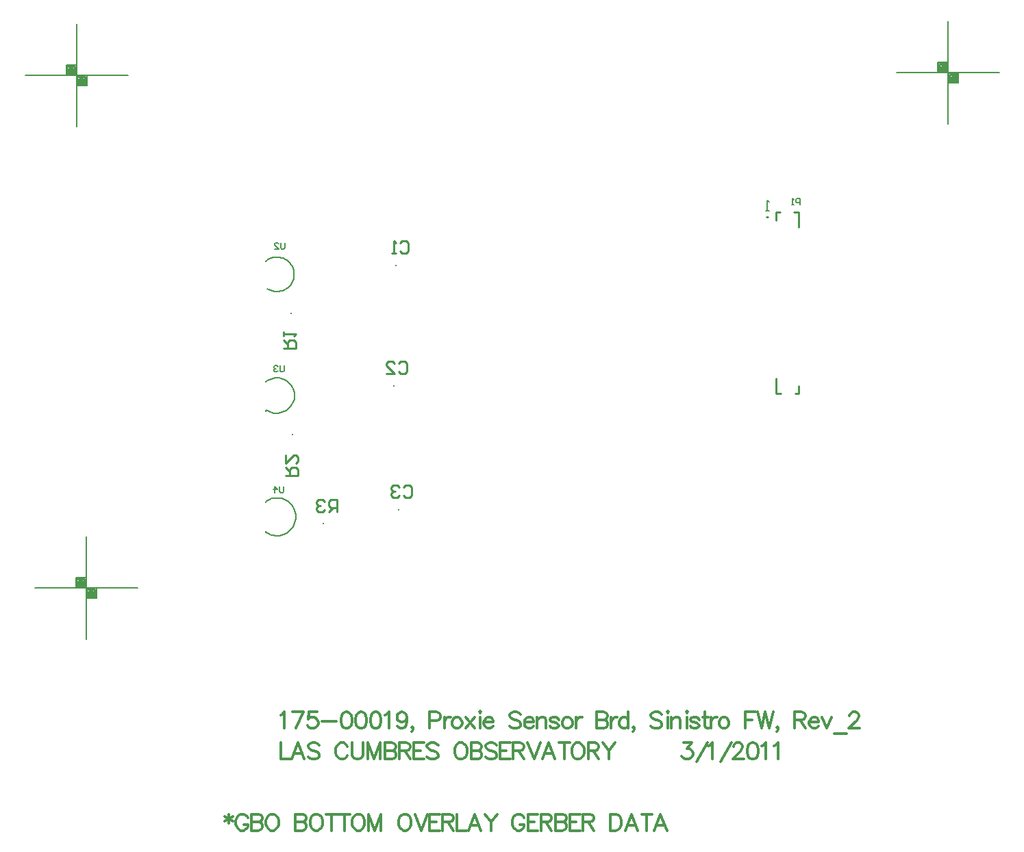
<source format=gbo>
%FSLAX23Y23*%
%MOIN*%
G70*
G01*
G75*
G04 Layer_Color=32896*
%ADD10R,0.036X0.036*%
%ADD11R,0.048X0.078*%
%ADD12R,0.135X0.070*%
%ADD13C,0.010*%
%ADD14C,0.012*%
%ADD15C,0.008*%
%ADD16C,0.012*%
%ADD17C,0.012*%
%ADD18C,0.134*%
%ADD19C,0.047*%
%ADD20O,0.079X0.039*%
%ADD21O,0.079X0.039*%
%ADD22C,0.024*%
%ADD23C,0.040*%
%ADD24C,0.174*%
%ADD25C,0.087*%
%ADD26C,0.068*%
G04:AMPARAMS|DCode=27|XSize=87.559mil|YSize=87.559mil|CornerRadius=0mil|HoleSize=0mil|Usage=FLASHONLY|Rotation=0.000|XOffset=0mil|YOffset=0mil|HoleType=Round|Shape=Relief|Width=10mil|Gap=10mil|Entries=4|*
%AMTHD27*
7,0,0,0.088,0.068,0.010,45*
%
%ADD27THD27*%
G04:AMPARAMS|DCode=28|XSize=70mil|YSize=70mil|CornerRadius=0mil|HoleSize=0mil|Usage=FLASHONLY|Rotation=0.000|XOffset=0mil|YOffset=0mil|HoleType=Round|Shape=Relief|Width=10mil|Gap=10mil|Entries=4|*
%AMTHD28*
7,0,0,0.070,0.050,0.010,45*
%
%ADD28THD28*%
%ADD29C,0.050*%
%ADD30R,0.050X0.050*%
%ADD31R,0.050X0.050*%
%ADD32R,0.085X0.022*%
%ADD33C,0.025*%
%ADD34C,0.006*%
%ADD35C,0.007*%
%ADD36C,0.005*%
%ADD37R,0.122X0.163*%
%ADD38R,0.044X0.044*%
%ADD39R,0.056X0.086*%
%ADD40R,0.143X0.078*%
%ADD41C,0.142*%
%ADD42C,0.055*%
%ADD43O,0.087X0.047*%
%ADD44O,0.087X0.047*%
%ADD45C,0.032*%
%ADD46R,0.272X0.079*%
%ADD47R,0.136X0.889*%
%ADD48R,0.318X0.107*%
%ADD49R,0.058X0.058*%
%ADD50R,0.058X0.058*%
%ADD51R,0.093X0.030*%
%ADD52C,0.010*%
%ADD53C,0.008*%
D13*
X17332Y13010D02*
X17324D01*
X17332D01*
X17481Y12959D02*
Y13034D01*
Y12152D02*
Y12187D01*
X17371Y12152D02*
Y12223D01*
Y12995D02*
Y13034D01*
X17391D01*
X17457D02*
X17481D01*
X17371Y12152D02*
X17395D01*
X17465D02*
X17481D01*
X15543Y12883D02*
X15553Y12893D01*
X15573D01*
X15583Y12883D01*
Y12843D01*
X15573Y12833D01*
X15553D01*
X15543Y12843D01*
X15523Y12833D02*
X15503D01*
X15513D01*
Y12893D01*
X15523Y12883D01*
X15535Y12296D02*
X15545Y12306D01*
X15565D01*
X15575Y12296D01*
Y12256D01*
X15565Y12246D01*
X15545D01*
X15535Y12256D01*
X15475Y12246D02*
X15515D01*
X15475Y12286D01*
Y12296D01*
X15485Y12306D01*
X15505D01*
X15515Y12296D01*
X15558Y11694D02*
X15568Y11704D01*
X15588D01*
X15598Y11694D01*
Y11654D01*
X15588Y11644D01*
X15568D01*
X15558Y11654D01*
X15538Y11694D02*
X15528Y11704D01*
X15508D01*
X15498Y11694D01*
Y11684D01*
X15508Y11674D01*
X15518D01*
X15508D01*
X15498Y11664D01*
Y11654D01*
X15508Y11644D01*
X15528D01*
X15538Y11654D01*
X14976Y12369D02*
X15036D01*
Y12399D01*
X15026Y12409D01*
X15006D01*
X14996Y12399D01*
Y12369D01*
Y12389D02*
X14976Y12409D01*
Y12429D02*
Y12449D01*
Y12439D01*
X15036D01*
X15026Y12429D01*
X15236Y11573D02*
Y11633D01*
X15206D01*
X15196Y11623D01*
Y11603D01*
X15206Y11593D01*
X15236D01*
X15216D02*
X15196Y11573D01*
X15176Y11623D02*
X15166Y11633D01*
X15146D01*
X15136Y11623D01*
Y11613D01*
X15146Y11603D01*
X15156D01*
X15146D01*
X15136Y11593D01*
Y11583D01*
X15146Y11573D01*
X15166D01*
X15176Y11583D01*
X14984Y11751D02*
X15044D01*
Y11781D01*
X15034Y11791D01*
X15014D01*
X15004Y11781D01*
Y11751D01*
Y11771D02*
X14984Y11791D01*
Y11851D02*
Y11811D01*
X15024Y11851D01*
X15034D01*
X15044Y11841D01*
Y11821D01*
X15034Y11811D01*
D14*
X14708Y10102D02*
Y10056D01*
X14689Y10090D02*
X14727Y10067D01*
Y10090D02*
X14689Y10067D01*
X14801Y10083D02*
X14797Y10090D01*
X14789Y10098D01*
X14782Y10102D01*
X14766D01*
X14759Y10098D01*
X14751Y10090D01*
X14747Y10083D01*
X14743Y10071D01*
Y10052D01*
X14747Y10041D01*
X14751Y10033D01*
X14759Y10026D01*
X14766Y10022D01*
X14782D01*
X14789Y10026D01*
X14797Y10033D01*
X14801Y10041D01*
Y10052D01*
X14782D02*
X14801D01*
X14819Y10102D02*
Y10022D01*
Y10102D02*
X14853D01*
X14865Y10098D01*
X14868Y10094D01*
X14872Y10086D01*
Y10079D01*
X14868Y10071D01*
X14865Y10067D01*
X14853Y10064D01*
X14819D02*
X14853D01*
X14865Y10060D01*
X14868Y10056D01*
X14872Y10048D01*
Y10037D01*
X14868Y10029D01*
X14865Y10026D01*
X14853Y10022D01*
X14819D01*
X14913Y10102D02*
X14905Y10098D01*
X14898Y10090D01*
X14894Y10083D01*
X14890Y10071D01*
Y10052D01*
X14894Y10041D01*
X14898Y10033D01*
X14905Y10026D01*
X14913Y10022D01*
X14928D01*
X14936Y10026D01*
X14943Y10033D01*
X14947Y10041D01*
X14951Y10052D01*
Y10071D01*
X14947Y10083D01*
X14943Y10090D01*
X14936Y10098D01*
X14928Y10102D01*
X14913D01*
X15033D02*
Y10022D01*
Y10102D02*
X15067D01*
X15078Y10098D01*
X15082Y10094D01*
X15086Y10086D01*
Y10079D01*
X15082Y10071D01*
X15078Y10067D01*
X15067Y10064D01*
X15033D02*
X15067D01*
X15078Y10060D01*
X15082Y10056D01*
X15086Y10048D01*
Y10037D01*
X15082Y10029D01*
X15078Y10026D01*
X15067Y10022D01*
X15033D01*
X15127Y10102D02*
X15119Y10098D01*
X15111Y10090D01*
X15108Y10083D01*
X15104Y10071D01*
Y10052D01*
X15108Y10041D01*
X15111Y10033D01*
X15119Y10026D01*
X15127Y10022D01*
X15142D01*
X15149Y10026D01*
X15157Y10033D01*
X15161Y10041D01*
X15165Y10052D01*
Y10071D01*
X15161Y10083D01*
X15157Y10090D01*
X15149Y10098D01*
X15142Y10102D01*
X15127D01*
X15210D02*
Y10022D01*
X15183Y10102D02*
X15237D01*
X15273D02*
Y10022D01*
X15246Y10102D02*
X15300D01*
X15332D02*
X15324Y10098D01*
X15317Y10090D01*
X15313Y10083D01*
X15309Y10071D01*
Y10052D01*
X15313Y10041D01*
X15317Y10033D01*
X15324Y10026D01*
X15332Y10022D01*
X15347D01*
X15355Y10026D01*
X15362Y10033D01*
X15366Y10041D01*
X15370Y10052D01*
Y10071D01*
X15366Y10083D01*
X15362Y10090D01*
X15355Y10098D01*
X15347Y10102D01*
X15332D01*
X15389D02*
Y10022D01*
Y10102D02*
X15419Y10022D01*
X15450Y10102D02*
X15419Y10022D01*
X15450Y10102D02*
Y10022D01*
X15558Y10102D02*
X15551Y10098D01*
X15543Y10090D01*
X15539Y10083D01*
X15535Y10071D01*
Y10052D01*
X15539Y10041D01*
X15543Y10033D01*
X15551Y10026D01*
X15558Y10022D01*
X15573D01*
X15581Y10026D01*
X15589Y10033D01*
X15592Y10041D01*
X15596Y10052D01*
Y10071D01*
X15592Y10083D01*
X15589Y10090D01*
X15581Y10098D01*
X15573Y10102D01*
X15558D01*
X15615D02*
X15645Y10022D01*
X15676Y10102D02*
X15645Y10022D01*
X15736Y10102D02*
X15686D01*
Y10022D01*
X15736D01*
X15686Y10064D02*
X15717D01*
X15749Y10102D02*
Y10022D01*
Y10102D02*
X15783D01*
X15795Y10098D01*
X15798Y10094D01*
X15802Y10086D01*
Y10079D01*
X15798Y10071D01*
X15795Y10067D01*
X15783Y10064D01*
X15749D01*
X15776D02*
X15802Y10022D01*
X15820Y10102D02*
Y10022D01*
X15866D01*
X15936D02*
X15905Y10102D01*
X15875Y10022D01*
X15886Y10048D02*
X15924D01*
X15954Y10102D02*
X15985Y10064D01*
Y10022D01*
X16015Y10102D02*
X15985Y10064D01*
X16145Y10083D02*
X16142Y10090D01*
X16134Y10098D01*
X16126Y10102D01*
X16111D01*
X16104Y10098D01*
X16096Y10090D01*
X16092Y10083D01*
X16088Y10071D01*
Y10052D01*
X16092Y10041D01*
X16096Y10033D01*
X16104Y10026D01*
X16111Y10022D01*
X16126D01*
X16134Y10026D01*
X16142Y10033D01*
X16145Y10041D01*
Y10052D01*
X16126D02*
X16145D01*
X16213Y10102D02*
X16164D01*
Y10022D01*
X16213D01*
X16164Y10064D02*
X16194D01*
X16227Y10102D02*
Y10022D01*
Y10102D02*
X16261D01*
X16272Y10098D01*
X16276Y10094D01*
X16280Y10086D01*
Y10079D01*
X16276Y10071D01*
X16272Y10067D01*
X16261Y10064D01*
X16227D01*
X16253D02*
X16280Y10022D01*
X16298Y10102D02*
Y10022D01*
Y10102D02*
X16332D01*
X16344Y10098D01*
X16347Y10094D01*
X16351Y10086D01*
Y10079D01*
X16347Y10071D01*
X16344Y10067D01*
X16332Y10064D01*
X16298D02*
X16332D01*
X16344Y10060D01*
X16347Y10056D01*
X16351Y10048D01*
Y10037D01*
X16347Y10029D01*
X16344Y10026D01*
X16332Y10022D01*
X16298D01*
X16419Y10102D02*
X16369D01*
Y10022D01*
X16419D01*
X16369Y10064D02*
X16399D01*
X16432Y10102D02*
Y10022D01*
Y10102D02*
X16466D01*
X16478Y10098D01*
X16481Y10094D01*
X16485Y10086D01*
Y10079D01*
X16481Y10071D01*
X16478Y10067D01*
X16466Y10064D01*
X16432D01*
X16459D02*
X16485Y10022D01*
X16566Y10102D02*
Y10022D01*
Y10102D02*
X16593D01*
X16604Y10098D01*
X16612Y10090D01*
X16615Y10083D01*
X16619Y10071D01*
Y10052D01*
X16615Y10041D01*
X16612Y10033D01*
X16604Y10026D01*
X16593Y10022D01*
X16566D01*
X16698D02*
X16668Y10102D01*
X16637Y10022D01*
X16649Y10048D02*
X16687D01*
X16743Y10102D02*
Y10022D01*
X16717Y10102D02*
X16770D01*
X16841Y10022D02*
X16810Y10102D01*
X16780Y10022D01*
X16791Y10048D02*
X16829D01*
D15*
X17338Y13042D02*
X17321D01*
X17330D01*
Y13092D01*
X17338Y13084D01*
X17958Y13715D02*
X18458D01*
X18208Y13465D02*
Y13965D01*
X18158Y13715D02*
Y13765D01*
X18208D01*
X18258Y13665D02*
Y13715D01*
X18208Y13665D02*
X18258D01*
X18213Y13710D02*
X18253D01*
Y13670D02*
Y13710D01*
X18213Y13670D02*
X18253D01*
X18213D02*
Y13710D01*
X18218Y13705D02*
X18248D01*
Y13675D02*
Y13705D01*
X18218Y13675D02*
X18248D01*
X18218D02*
Y13700D01*
X18223D02*
X18243D01*
Y13680D02*
Y13700D01*
X18223Y13680D02*
X18243D01*
X18223D02*
Y13695D01*
X18228D02*
X18238D01*
Y13685D02*
Y13695D01*
X18228Y13685D02*
X18238D01*
X18228D02*
Y13695D01*
Y13690D02*
X18238D01*
X18163Y13760D02*
X18203D01*
Y13720D02*
Y13760D01*
X18163Y13720D02*
X18203D01*
X18163D02*
Y13760D01*
X18168Y13755D02*
X18198D01*
Y13725D02*
Y13755D01*
X18168Y13725D02*
X18198D01*
X18168D02*
Y13750D01*
X18173D02*
X18193D01*
Y13730D02*
Y13750D01*
X18173Y13730D02*
X18193D01*
X18173D02*
Y13745D01*
X18178D02*
X18188D01*
Y13735D02*
Y13745D01*
X18178Y13735D02*
X18188D01*
X18178D02*
Y13745D01*
Y13740D02*
X18188D01*
X13765Y11203D02*
X14265D01*
X14015Y10953D02*
Y11453D01*
X13965Y11203D02*
Y11253D01*
X14015D01*
X14065Y11153D02*
Y11203D01*
X14015Y11153D02*
X14065D01*
X14020Y11198D02*
X14060D01*
Y11158D02*
Y11198D01*
X14020Y11158D02*
X14060D01*
X14020D02*
Y11198D01*
X14025Y11193D02*
X14055D01*
Y11163D02*
Y11193D01*
X14025Y11163D02*
X14055D01*
X14025D02*
Y11188D01*
X14030D02*
X14050D01*
Y11168D02*
Y11188D01*
X14030Y11168D02*
X14050D01*
X14030D02*
Y11183D01*
X14035D02*
X14045D01*
Y11173D02*
Y11183D01*
X14035Y11173D02*
X14045D01*
X14035D02*
Y11183D01*
Y11178D02*
X14045D01*
X13970Y11248D02*
X14010D01*
Y11208D02*
Y11248D01*
X13970Y11208D02*
X14010D01*
X13970D02*
Y11248D01*
X13975Y11243D02*
X14005D01*
Y11213D02*
Y11243D01*
X13975Y11213D02*
X14005D01*
X13975D02*
Y11238D01*
X13980D02*
X14000D01*
Y11218D02*
Y11238D01*
X13980Y11218D02*
X14000D01*
X13980D02*
Y11233D01*
X13985D02*
X13995D01*
Y11223D02*
Y11233D01*
X13985Y11223D02*
X13995D01*
X13985D02*
Y11233D01*
Y11228D02*
X13995D01*
X13718Y13699D02*
X14218D01*
X13968Y13449D02*
Y13949D01*
X13918Y13699D02*
Y13749D01*
X13968D01*
X14018Y13649D02*
Y13699D01*
X13968Y13649D02*
X14018D01*
X13973Y13694D02*
X14013D01*
Y13654D02*
Y13694D01*
X13973Y13654D02*
X14013D01*
X13973D02*
Y13694D01*
X13978Y13689D02*
X14008D01*
Y13659D02*
Y13689D01*
X13978Y13659D02*
X14008D01*
X13978D02*
Y13684D01*
X13983D02*
X14003D01*
Y13664D02*
Y13684D01*
X13983Y13664D02*
X14003D01*
X13983D02*
Y13679D01*
X13988D02*
X13998D01*
Y13669D02*
Y13679D01*
X13988Y13669D02*
X13998D01*
X13988D02*
Y13679D01*
Y13674D02*
X13998D01*
X13923Y13744D02*
X13963D01*
Y13704D02*
Y13744D01*
X13923Y13704D02*
X13963D01*
X13923D02*
Y13744D01*
X13928Y13739D02*
X13958D01*
Y13709D02*
Y13739D01*
X13928Y13709D02*
X13958D01*
X13928D02*
Y13734D01*
X13933D02*
X13953D01*
Y13714D02*
Y13734D01*
X13933Y13714D02*
X13953D01*
X13933D02*
Y13729D01*
X13938D02*
X13948D01*
Y13719D02*
Y13729D01*
X13938Y13719D02*
X13948D01*
X13938D02*
Y13729D01*
Y13724D02*
X13948D01*
D16*
X14961Y10584D02*
X14969Y10588D01*
X14980Y10599D01*
Y10519D01*
X15073Y10599D02*
X15035Y10519D01*
X15020Y10599D02*
X15073D01*
X15137D02*
X15099D01*
X15095Y10565D01*
X15099Y10569D01*
X15110Y10573D01*
X15121D01*
X15133Y10569D01*
X15140Y10561D01*
X15144Y10550D01*
Y10542D01*
X15140Y10531D01*
X15133Y10523D01*
X15121Y10519D01*
X15110D01*
X15099Y10523D01*
X15095Y10527D01*
X15091Y10535D01*
X15162Y10554D02*
X15231D01*
X15277Y10599D02*
X15266Y10595D01*
X15258Y10584D01*
X15254Y10565D01*
Y10554D01*
X15258Y10535D01*
X15266Y10523D01*
X15277Y10519D01*
X15285D01*
X15296Y10523D01*
X15304Y10535D01*
X15308Y10554D01*
Y10565D01*
X15304Y10584D01*
X15296Y10595D01*
X15285Y10599D01*
X15277D01*
X15348D02*
X15337Y10595D01*
X15329Y10584D01*
X15326Y10565D01*
Y10554D01*
X15329Y10535D01*
X15337Y10523D01*
X15348Y10519D01*
X15356D01*
X15367Y10523D01*
X15375Y10535D01*
X15379Y10554D01*
Y10565D01*
X15375Y10584D01*
X15367Y10595D01*
X15356Y10599D01*
X15348D01*
X15420D02*
X15408Y10595D01*
X15401Y10584D01*
X15397Y10565D01*
Y10554D01*
X15401Y10535D01*
X15408Y10523D01*
X15420Y10519D01*
X15427D01*
X15439Y10523D01*
X15446Y10535D01*
X15450Y10554D01*
Y10565D01*
X15446Y10584D01*
X15439Y10595D01*
X15427Y10599D01*
X15420D01*
X15468Y10584D02*
X15476Y10588D01*
X15487Y10599D01*
Y10519D01*
X15576Y10573D02*
X15572Y10561D01*
X15565Y10554D01*
X15553Y10550D01*
X15549D01*
X15538Y10554D01*
X15530Y10561D01*
X15527Y10573D01*
Y10576D01*
X15530Y10588D01*
X15538Y10595D01*
X15549Y10599D01*
X15553D01*
X15565Y10595D01*
X15572Y10588D01*
X15576Y10573D01*
Y10554D01*
X15572Y10535D01*
X15565Y10523D01*
X15553Y10519D01*
X15546D01*
X15534Y10523D01*
X15530Y10531D01*
X15605Y10523D02*
X15602Y10519D01*
X15598Y10523D01*
X15602Y10527D01*
X15605Y10523D01*
Y10515D01*
X15602Y10508D01*
X15598Y10504D01*
X15686Y10557D02*
X15720D01*
X15732Y10561D01*
X15735Y10565D01*
X15739Y10573D01*
Y10584D01*
X15735Y10592D01*
X15732Y10595D01*
X15720Y10599D01*
X15686D01*
Y10519D01*
X15757Y10573D02*
Y10519D01*
Y10550D02*
X15761Y10561D01*
X15768Y10569D01*
X15776Y10573D01*
X15788D01*
X15814D02*
X15806Y10569D01*
X15799Y10561D01*
X15795Y10550D01*
Y10542D01*
X15799Y10531D01*
X15806Y10523D01*
X15814Y10519D01*
X15825D01*
X15833Y10523D01*
X15840Y10531D01*
X15844Y10542D01*
Y10550D01*
X15840Y10561D01*
X15833Y10569D01*
X15825Y10573D01*
X15814D01*
X15862D02*
X15904Y10519D01*
Y10573D02*
X15862Y10519D01*
X15928Y10599D02*
X15932Y10595D01*
X15936Y10599D01*
X15932Y10603D01*
X15928Y10599D01*
X15932Y10573D02*
Y10519D01*
X15950Y10550D02*
X15995D01*
Y10557D01*
X15992Y10565D01*
X15988Y10569D01*
X15980Y10573D01*
X15969D01*
X15961Y10569D01*
X15954Y10561D01*
X15950Y10550D01*
Y10542D01*
X15954Y10531D01*
X15961Y10523D01*
X15969Y10519D01*
X15980D01*
X15988Y10523D01*
X15995Y10531D01*
X16129Y10588D02*
X16121Y10595D01*
X16110Y10599D01*
X16095D01*
X16083Y10595D01*
X16075Y10588D01*
Y10580D01*
X16079Y10573D01*
X16083Y10569D01*
X16091Y10565D01*
X16114Y10557D01*
X16121Y10554D01*
X16125Y10550D01*
X16129Y10542D01*
Y10531D01*
X16121Y10523D01*
X16110Y10519D01*
X16095D01*
X16083Y10523D01*
X16075Y10531D01*
X16147Y10550D02*
X16192D01*
Y10557D01*
X16189Y10565D01*
X16185Y10569D01*
X16177Y10573D01*
X16166D01*
X16158Y10569D01*
X16150Y10561D01*
X16147Y10550D01*
Y10542D01*
X16150Y10531D01*
X16158Y10523D01*
X16166Y10519D01*
X16177D01*
X16185Y10523D01*
X16192Y10531D01*
X16210Y10573D02*
Y10519D01*
Y10557D02*
X16221Y10569D01*
X16229Y10573D01*
X16240D01*
X16248Y10569D01*
X16251Y10557D01*
Y10519D01*
X16314Y10561D02*
X16310Y10569D01*
X16299Y10573D01*
X16288D01*
X16276Y10569D01*
X16272Y10561D01*
X16276Y10554D01*
X16284Y10550D01*
X16303Y10546D01*
X16310Y10542D01*
X16314Y10535D01*
Y10531D01*
X16310Y10523D01*
X16299Y10519D01*
X16288D01*
X16276Y10523D01*
X16272Y10531D01*
X16350Y10573D02*
X16342Y10569D01*
X16335Y10561D01*
X16331Y10550D01*
Y10542D01*
X16335Y10531D01*
X16342Y10523D01*
X16350Y10519D01*
X16361D01*
X16369Y10523D01*
X16377Y10531D01*
X16381Y10542D01*
Y10550D01*
X16377Y10561D01*
X16369Y10569D01*
X16361Y10573D01*
X16350D01*
X16398D02*
Y10519D01*
Y10550D02*
X16402Y10561D01*
X16409Y10569D01*
X16417Y10573D01*
X16429D01*
X16499Y10599D02*
Y10519D01*
Y10599D02*
X16533D01*
X16544Y10595D01*
X16548Y10592D01*
X16552Y10584D01*
Y10576D01*
X16548Y10569D01*
X16544Y10565D01*
X16533Y10561D01*
X16499D02*
X16533D01*
X16544Y10557D01*
X16548Y10554D01*
X16552Y10546D01*
Y10535D01*
X16548Y10527D01*
X16544Y10523D01*
X16533Y10519D01*
X16499D01*
X16570Y10573D02*
Y10519D01*
Y10550D02*
X16574Y10561D01*
X16581Y10569D01*
X16589Y10573D01*
X16600D01*
X16653Y10599D02*
Y10519D01*
Y10561D02*
X16646Y10569D01*
X16638Y10573D01*
X16627D01*
X16619Y10569D01*
X16611Y10561D01*
X16608Y10550D01*
Y10542D01*
X16611Y10531D01*
X16619Y10523D01*
X16627Y10519D01*
X16638D01*
X16646Y10523D01*
X16653Y10531D01*
X16682Y10523D02*
X16678Y10519D01*
X16675Y10523D01*
X16678Y10527D01*
X16682Y10523D01*
Y10515D01*
X16678Y10508D01*
X16675Y10504D01*
X16816Y10588D02*
X16808Y10595D01*
X16797Y10599D01*
X16782D01*
X16770Y10595D01*
X16763Y10588D01*
Y10580D01*
X16766Y10573D01*
X16770Y10569D01*
X16778Y10565D01*
X16801Y10557D01*
X16808Y10554D01*
X16812Y10550D01*
X16816Y10542D01*
Y10531D01*
X16808Y10523D01*
X16797Y10519D01*
X16782D01*
X16770Y10523D01*
X16763Y10531D01*
X16841Y10599D02*
X16845Y10595D01*
X16849Y10599D01*
X16845Y10603D01*
X16841Y10599D01*
X16845Y10573D02*
Y10519D01*
X16863Y10573D02*
Y10519D01*
Y10557D02*
X16875Y10569D01*
X16882Y10573D01*
X16894D01*
X16901Y10569D01*
X16905Y10557D01*
Y10519D01*
X16934Y10599D02*
X16937Y10595D01*
X16941Y10599D01*
X16937Y10603D01*
X16934Y10599D01*
X16937Y10573D02*
Y10519D01*
X16997Y10561D02*
X16993Y10569D01*
X16982Y10573D01*
X16971D01*
X16959Y10569D01*
X16955Y10561D01*
X16959Y10554D01*
X16967Y10550D01*
X16986Y10546D01*
X16993Y10542D01*
X16997Y10535D01*
Y10531D01*
X16993Y10523D01*
X16982Y10519D01*
X16971D01*
X16959Y10523D01*
X16955Y10531D01*
X17025Y10599D02*
Y10535D01*
X17029Y10523D01*
X17037Y10519D01*
X17044D01*
X17014Y10573D02*
X17041D01*
X17056D02*
Y10519D01*
Y10550D02*
X17060Y10561D01*
X17067Y10569D01*
X17075Y10573D01*
X17086D01*
X17113D02*
X17105Y10569D01*
X17097Y10561D01*
X17094Y10550D01*
Y10542D01*
X17097Y10531D01*
X17105Y10523D01*
X17113Y10519D01*
X17124D01*
X17132Y10523D01*
X17139Y10531D01*
X17143Y10542D01*
Y10550D01*
X17139Y10561D01*
X17132Y10569D01*
X17124Y10573D01*
X17113D01*
X17223Y10599D02*
Y10519D01*
Y10599D02*
X17273D01*
X17223Y10561D02*
X17254D01*
X17282Y10599D02*
X17301Y10519D01*
X17320Y10599D02*
X17301Y10519D01*
X17320Y10599D02*
X17339Y10519D01*
X17358Y10599D02*
X17339Y10519D01*
X17382Y10523D02*
X17378Y10519D01*
X17374Y10523D01*
X17378Y10527D01*
X17382Y10523D01*
Y10515D01*
X17378Y10508D01*
X17374Y10504D01*
X17462Y10599D02*
Y10519D01*
Y10599D02*
X17496D01*
X17508Y10595D01*
X17512Y10592D01*
X17516Y10584D01*
Y10576D01*
X17512Y10569D01*
X17508Y10565D01*
X17496Y10561D01*
X17462D01*
X17489D02*
X17516Y10519D01*
X17533Y10550D02*
X17579D01*
Y10557D01*
X17575Y10565D01*
X17572Y10569D01*
X17564Y10573D01*
X17552D01*
X17545Y10569D01*
X17537Y10561D01*
X17533Y10550D01*
Y10542D01*
X17537Y10531D01*
X17545Y10523D01*
X17552Y10519D01*
X17564D01*
X17572Y10523D01*
X17579Y10531D01*
X17596Y10573D02*
X17619Y10519D01*
X17642Y10573D02*
X17619Y10519D01*
X17655Y10493D02*
X17716D01*
X17730Y10580D02*
Y10584D01*
X17734Y10592D01*
X17738Y10595D01*
X17745Y10599D01*
X17760D01*
X17768Y10595D01*
X17772Y10592D01*
X17776Y10584D01*
Y10576D01*
X17772Y10569D01*
X17764Y10557D01*
X17726Y10519D01*
X17779D01*
D17*
X14961Y10449D02*
Y10369D01*
X15007D01*
X15076D02*
X15046Y10449D01*
X15015Y10369D01*
X15027Y10396D02*
X15065D01*
X15148Y10438D02*
X15141Y10445D01*
X15129Y10449D01*
X15114D01*
X15103Y10445D01*
X15095Y10438D01*
Y10430D01*
X15099Y10423D01*
X15103Y10419D01*
X15110Y10415D01*
X15133Y10407D01*
X15141Y10404D01*
X15145Y10400D01*
X15148Y10392D01*
Y10381D01*
X15141Y10373D01*
X15129Y10369D01*
X15114D01*
X15103Y10373D01*
X15095Y10381D01*
X15286Y10430D02*
X15282Y10438D01*
X15275Y10445D01*
X15267Y10449D01*
X15252D01*
X15244Y10445D01*
X15237Y10438D01*
X15233Y10430D01*
X15229Y10419D01*
Y10400D01*
X15233Y10388D01*
X15237Y10381D01*
X15244Y10373D01*
X15252Y10369D01*
X15267D01*
X15275Y10373D01*
X15282Y10381D01*
X15286Y10388D01*
X15309Y10449D02*
Y10392D01*
X15313Y10381D01*
X15320Y10373D01*
X15332Y10369D01*
X15339D01*
X15351Y10373D01*
X15358Y10381D01*
X15362Y10392D01*
Y10449D01*
X15384D02*
Y10369D01*
Y10449D02*
X15415Y10369D01*
X15445Y10449D02*
X15415Y10369D01*
X15445Y10449D02*
Y10369D01*
X15468Y10449D02*
Y10369D01*
Y10449D02*
X15502D01*
X15514Y10445D01*
X15517Y10442D01*
X15521Y10434D01*
Y10426D01*
X15517Y10419D01*
X15514Y10415D01*
X15502Y10411D01*
X15468D02*
X15502D01*
X15514Y10407D01*
X15517Y10404D01*
X15521Y10396D01*
Y10385D01*
X15517Y10377D01*
X15514Y10373D01*
X15502Y10369D01*
X15468D01*
X15539Y10449D02*
Y10369D01*
Y10449D02*
X15573D01*
X15585Y10445D01*
X15589Y10442D01*
X15593Y10434D01*
Y10426D01*
X15589Y10419D01*
X15585Y10415D01*
X15573Y10411D01*
X15539D01*
X15566D02*
X15593Y10369D01*
X15660Y10449D02*
X15610D01*
Y10369D01*
X15660D01*
X15610Y10411D02*
X15641D01*
X15727Y10438D02*
X15719Y10445D01*
X15708Y10449D01*
X15692D01*
X15681Y10445D01*
X15673Y10438D01*
Y10430D01*
X15677Y10423D01*
X15681Y10419D01*
X15688Y10415D01*
X15711Y10407D01*
X15719Y10404D01*
X15723Y10400D01*
X15727Y10392D01*
Y10381D01*
X15719Y10373D01*
X15708Y10369D01*
X15692D01*
X15681Y10373D01*
X15673Y10381D01*
X15830Y10449D02*
X15823Y10445D01*
X15815Y10438D01*
X15811Y10430D01*
X15807Y10419D01*
Y10400D01*
X15811Y10388D01*
X15815Y10381D01*
X15823Y10373D01*
X15830Y10369D01*
X15845D01*
X15853Y10373D01*
X15861Y10381D01*
X15864Y10388D01*
X15868Y10400D01*
Y10419D01*
X15864Y10430D01*
X15861Y10438D01*
X15853Y10445D01*
X15845Y10449D01*
X15830D01*
X15887D02*
Y10369D01*
Y10449D02*
X15921D01*
X15933Y10445D01*
X15936Y10442D01*
X15940Y10434D01*
Y10426D01*
X15936Y10419D01*
X15933Y10415D01*
X15921Y10411D01*
X15887D02*
X15921D01*
X15933Y10407D01*
X15936Y10404D01*
X15940Y10396D01*
Y10385D01*
X15936Y10377D01*
X15933Y10373D01*
X15921Y10369D01*
X15887D01*
X16011Y10438D02*
X16004Y10445D01*
X15992Y10449D01*
X15977D01*
X15966Y10445D01*
X15958Y10438D01*
Y10430D01*
X15962Y10423D01*
X15966Y10419D01*
X15973Y10415D01*
X15996Y10407D01*
X16004Y10404D01*
X16008Y10400D01*
X16011Y10392D01*
Y10381D01*
X16004Y10373D01*
X15992Y10369D01*
X15977D01*
X15966Y10373D01*
X15958Y10381D01*
X16079Y10449D02*
X16029D01*
Y10369D01*
X16079D01*
X16029Y10411D02*
X16060D01*
X16092Y10449D02*
Y10369D01*
Y10449D02*
X16126D01*
X16138Y10445D01*
X16142Y10442D01*
X16146Y10434D01*
Y10426D01*
X16142Y10419D01*
X16138Y10415D01*
X16126Y10411D01*
X16092D01*
X16119D02*
X16146Y10369D01*
X16163Y10449D02*
X16194Y10369D01*
X16224Y10449D02*
X16194Y10369D01*
X16296D02*
X16265Y10449D01*
X16235Y10369D01*
X16246Y10396D02*
X16284D01*
X16341Y10449D02*
Y10369D01*
X16314Y10449D02*
X16368D01*
X16400D02*
X16392Y10445D01*
X16385Y10438D01*
X16381Y10430D01*
X16377Y10419D01*
Y10400D01*
X16381Y10388D01*
X16385Y10381D01*
X16392Y10373D01*
X16400Y10369D01*
X16415D01*
X16423Y10373D01*
X16430Y10381D01*
X16434Y10388D01*
X16438Y10400D01*
Y10419D01*
X16434Y10430D01*
X16430Y10438D01*
X16423Y10445D01*
X16415Y10449D01*
X16400D01*
X16457D02*
Y10369D01*
Y10449D02*
X16491D01*
X16502Y10445D01*
X16506Y10442D01*
X16510Y10434D01*
Y10426D01*
X16506Y10419D01*
X16502Y10415D01*
X16491Y10411D01*
X16457D01*
X16483D02*
X16510Y10369D01*
X16528Y10449D02*
X16558Y10411D01*
Y10369D01*
X16589Y10449D02*
X16558Y10411D01*
X16921Y10449D02*
X16963D01*
X16940Y10419D01*
X16951D01*
X16959Y10415D01*
X16963Y10411D01*
X16967Y10400D01*
Y10392D01*
X16963Y10381D01*
X16955Y10373D01*
X16944Y10369D01*
X16932D01*
X16921Y10373D01*
X16917Y10377D01*
X16913Y10385D01*
X16985Y10358D02*
X17038Y10449D01*
X17043Y10434D02*
X17051Y10438D01*
X17062Y10449D01*
Y10369D01*
X17102Y10358D02*
X17155Y10449D01*
X17164Y10430D02*
Y10434D01*
X17168Y10442D01*
X17172Y10445D01*
X17180Y10449D01*
X17195D01*
X17202Y10445D01*
X17206Y10442D01*
X17210Y10434D01*
Y10426D01*
X17206Y10419D01*
X17199Y10407D01*
X17161Y10369D01*
X17214D01*
X17255Y10449D02*
X17243Y10445D01*
X17236Y10434D01*
X17232Y10415D01*
Y10404D01*
X17236Y10385D01*
X17243Y10373D01*
X17255Y10369D01*
X17262D01*
X17274Y10373D01*
X17281Y10385D01*
X17285Y10404D01*
Y10415D01*
X17281Y10434D01*
X17274Y10445D01*
X17262Y10449D01*
X17255D01*
X17303Y10434D02*
X17311Y10438D01*
X17322Y10449D01*
Y10369D01*
X17362Y10434D02*
X17369Y10438D01*
X17381Y10449D01*
Y10369D01*
D36*
X17488Y13070D02*
Y13100D01*
X17473D01*
X17468Y13095D01*
Y13085D01*
X17473Y13080D01*
X17488D01*
X17458Y13070D02*
X17448D01*
X17453D01*
Y13100D01*
X17458Y13095D01*
X14981Y12884D02*
Y12859D01*
X14976Y12854D01*
X14966D01*
X14961Y12859D01*
Y12884D01*
X14931Y12854D02*
X14951D01*
X14931Y12874D01*
Y12879D01*
X14936Y12884D01*
X14946D01*
X14951Y12879D01*
X14978Y12287D02*
Y12262D01*
X14973Y12257D01*
X14963D01*
X14958Y12262D01*
Y12287D01*
X14948Y12282D02*
X14943Y12287D01*
X14933D01*
X14928Y12282D01*
Y12277D01*
X14933Y12272D01*
X14938D01*
X14933D01*
X14928Y12267D01*
Y12262D01*
X14933Y12257D01*
X14943D01*
X14948Y12262D01*
X14976Y11698D02*
Y11673D01*
X14971Y11668D01*
X14961D01*
X14956Y11673D01*
Y11698D01*
X14931Y11668D02*
Y11698D01*
X14946Y11683D01*
X14926D01*
D52*
X15521Y12774D02*
D03*
X15513Y12188D02*
D03*
X15536Y11585D02*
D03*
X15013Y12542D02*
D03*
X15170Y11518D02*
D03*
X15017Y11951D02*
D03*
D53*
X14889Y11474D02*
X14898Y11469D01*
X14907Y11465D01*
X14916Y11461D01*
X14926Y11459D01*
X14936Y11458D01*
X14946Y11458D01*
X14956Y11458D01*
X14966Y11461D01*
X14976Y11464D01*
X14985Y11468D01*
X14994Y11473D01*
X15002Y11479D01*
X15009Y11486D01*
X15016Y11494D01*
X15021Y11502D01*
X15026Y11511D01*
X15030Y11520D01*
X15033Y11530D01*
X15034Y11540D01*
X15035Y11550D01*
X15034Y11560D01*
X15033Y11570D01*
X15030Y11580D01*
X15026Y11589D01*
X15021Y11598D01*
X15016Y11606D01*
X15009Y11614D01*
X15002Y11621D01*
X14994Y11627D01*
X14985Y11632D01*
X14976Y11636D01*
X14966Y11639D01*
X14956Y11641D01*
X14946Y11642D01*
X14936Y11642D01*
X14926Y11641D01*
X14916Y11639D01*
X14907Y11635D01*
X14898Y11631D01*
X14889Y11625D01*
X14893Y12070D02*
X14901Y12065D01*
X14911Y12061D01*
X14920Y12057D01*
X14930Y12055D01*
X14940Y12055D01*
X14950Y12055D01*
X14960Y12056D01*
X14970Y12059D01*
X14979Y12063D01*
X14988Y12067D01*
X14996Y12073D01*
X15003Y12080D01*
X15010Y12087D01*
X15016Y12096D01*
X15020Y12105D01*
X15024Y12114D01*
X15027Y12124D01*
X15028Y12134D01*
X15028Y12144D01*
X15027Y12154D01*
X15025Y12163D01*
X15022Y12173D01*
X15018Y12182D01*
X15012Y12190D01*
X15006Y12198D01*
X14999Y12205D01*
X14991Y12211D01*
X14982Y12216D01*
X14973Y12221D01*
X14963Y12224D01*
X14954Y12226D01*
X14944Y12226D01*
X14934Y12226D01*
X14924Y12224D01*
X14914Y12221D01*
X14905Y12218D01*
X14896Y12213D01*
X14888Y12207D01*
X14894Y12662D02*
X14903Y12657D01*
X14912Y12653D01*
X14921Y12649D01*
X14931Y12648D01*
X14941Y12647D01*
X14952Y12647D01*
X14962Y12649D01*
X14971Y12652D01*
X14981Y12656D01*
X14989Y12661D01*
X14997Y12667D01*
X15005Y12674D01*
X15011Y12682D01*
X15016Y12691D01*
X15021Y12700D01*
X15024Y12710D01*
X15026Y12720D01*
X15026Y12730D01*
X15026Y12740D01*
X15024Y12750D01*
X15021Y12760D01*
X15017Y12769D01*
X15012Y12778D01*
X15006Y12786D01*
X14999Y12793D01*
X14991Y12799D01*
X14983Y12805D01*
X14974Y12809D01*
X14964Y12812D01*
X14954Y12814D01*
X14944Y12815D01*
X14934Y12815D01*
X14924Y12813D01*
X14914Y12810D01*
X14905Y12806D01*
X14896Y12801D01*
X14888Y12795D01*
X14889Y11619D02*
Y11625D01*
X14889Y11474D02*
Y11481D01*
X14889Y12065D02*
Y12071D01*
M02*

</source>
